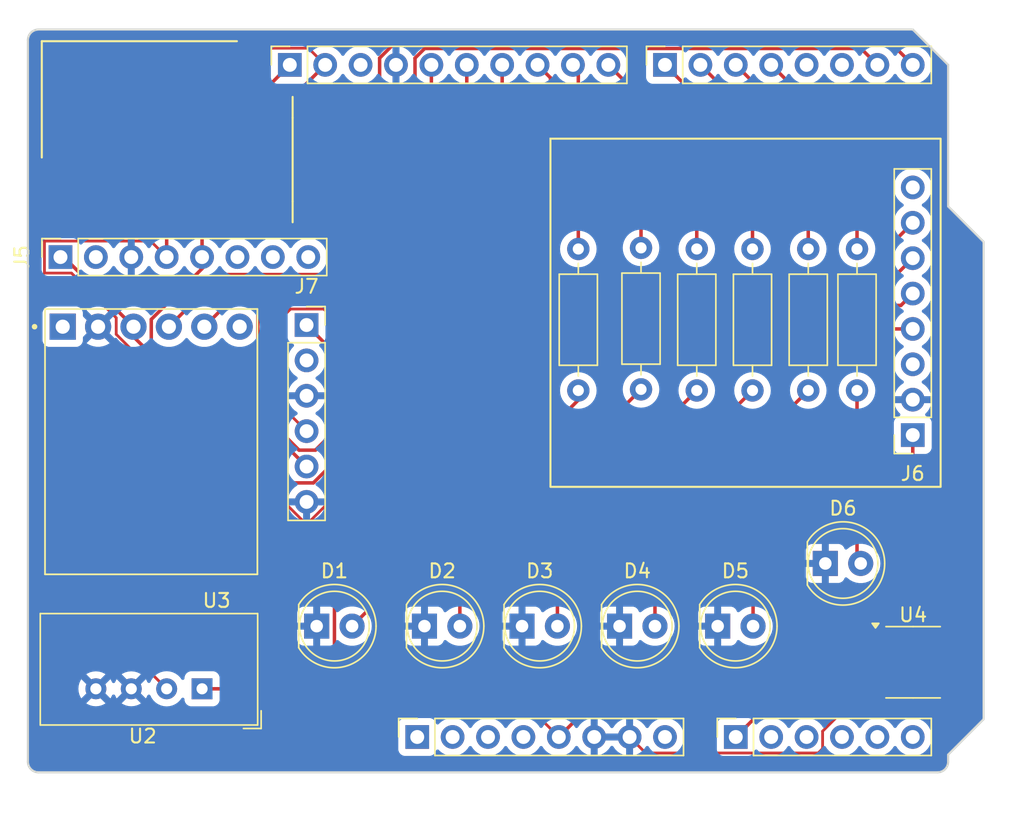
<source format=kicad_pcb>
(kicad_pcb (version 20240108) (generator "pcbnew") (generator_version "8.0")
  (title_block (date "mar. 31 mars 2015"))
  (layers (0 "F.Cu" signal) (31 "B.Cu" signal) (34 "B.Paste" user) (35 "F.Paste" user) (36 "B.SilkS" user "B.Silkscreen") (37 "F.SilkS" user "F.Silkscreen") (38 "B.Mask" user) (39 "F.Mask" user) (44 "Edge.Cuts" user))
  (net 0 "")
  (net 1 "GND")
  (net 3 "+5V")
  (net 4 "/IOREF")
  (net 5 "/A1")
  (net 6 "/A2")
  (net 7 "/A3")
  (net 8 "/SDA{slash}A4")
  (net 9 "/SCL{slash}A5")
  (net 10 "/AREF")
  (net 11 "+3V3")
  (net 12 "VCC")
  (net 13 "/~{RESET}")
  (net 16 "/I2C_SCL")
  (net 18 "/I2C_SDA")
  (net 21 "Net-(D1-A)")
  (net 22 "Net-(D2-A)")
  (net 23 "Net-(D3-A)")
  (net 24 "Net-(D4-A)")
  (net 25 "Net-(D5-A)")
  (net 26 "Net-(D6-A)")
  (net 27 "/RTD_SDI")
  (net 28 "/RTD_SDO")
  (net 29 "/RTD_CLK")
  (net 30 "/RTD_CS")
  (net 31 "/led_blue_1")
  (net 32 "/led_red")
  (net 33 "/INTERNAL_TEMP")
  (net 34 "/RX")
  (net 35 "/led_green")
  (net 36 "/TX")
  (net 37 "/led_yellow")
  (net 38 "/led_blue_2")
  (net 39 "/led_orange")
  (net 40 "unconnected-(J6-Pin_3-Pad3)")
  (net 41 "/INT_PIN_1")
  (net 42 "/INT_PIN_2")
  (footprint "Connector_PinSocket_2.54mm:PinSocket_1x08_P2.54mm_Vertical" (layer "F.Cu") (at 127.94 97.46 90)
    (property "Reference" "J1" (hide yes))
    (property "Value" "Power")
    (fp_line (start 1.33 -1.33) (end 1.33 0) (stroke (width 0.12)) (layer "F.SilkS"))
    (fp_line (start 0 -1.33) (end 1.33 -1.33) (stroke (width 0.12)) (layer "F.SilkS"))
    (fp_line (start 1.33 1.27) (end 1.33 19.11) (stroke (width 0.12)) (layer "F.SilkS"))
    (fp_line (start -1.33 1.27) (end 1.33 1.27) (stroke (width 0.12)) (layer "F.SilkS"))
    (fp_line (start -1.33 1.27) (end -1.33 19.11) (stroke (width 0.12)) (layer "F.SilkS"))
    (fp_line (start -1.33 19.11) (end 1.33 19.11) (stroke (width 0.12)) (layer "F.SilkS"))
    (pad "1" thru_hole rect (at 0 0 90) (size 1.7 1.7) (drill 1) (layers "*.Cu" "*.Mask"))
    (pad "2" thru_hole oval (at 0 2.54 90) (size 1.7 1.7) (drill 1) (layers "*.Cu" "*.Mask") (net 4 "/IOREF"))
    (pad "3" thru_hole oval (at 0 5.08 90) (size 1.7 1.7) (drill 1) (layers "*.Cu" "*.Mask") (net 13 "/~{RESET}"))
    (pad "4" thru_hole oval (at 0 7.62 90) (size 1.7 1.7) (drill 1) (layers "*.Cu" "*.Mask") (net 11 "+3V3"))
    (pad "5" thru_hole oval (at 0 10.16 90) (size 1.7 1.7) (drill 1) (layers "*.Cu" "*.Mask") (net 3 "+5V"))
    (pad "6" thru_hole oval (at 0 12.7 90) (size 1.7 1.7) (drill 1) (layers "*.Cu" "*.Mask") (net 1 "GND"))
    (pad "7" thru_hole oval (at 0 15.24 90) (size 1.7 1.7) (drill 1) (layers "*.Cu" "*.Mask") (net 1 "GND"))
    (pad "8" thru_hole oval (at 0 17.78 90) (size 1.7 1.7) (drill 1) (layers "*.Cu" "*.Mask") (net 12 "VCC"))
  )
  (footprint "Connector_PinSocket_2.54mm:PinSocket_1x06_P2.54mm_Vertical" (layer "F.Cu") (at 150.8 97.46 90)
    (property "Reference" "J3" (hide yes))
    (property "Value" "Analog")
    (fp_line (start 1.33 -1.33) (end 1.33 0) (stroke (width 0.12)) (layer "F.SilkS"))
    (fp_line (start 0 -1.33) (end 1.33 -1.33) (stroke (width 0.12)) (layer "F.SilkS"))
    (fp_line (start 1.33 1.27) (end 1.33 14.03) (stroke (width 0.12)) (layer "F.SilkS"))
    (fp_line (start -1.33 1.27) (end 1.33 1.27) (stroke (width 0.12)) (layer "F.SilkS"))
    (fp_line (start -1.33 1.27) (end -1.33 14.03) (stroke (width 0.12)) (layer "F.SilkS"))
    (fp_line (start -1.33 14.03) (end 1.33 14.03) (stroke (width 0.12)) (layer "F.SilkS"))
    (pad "1" thru_hole rect (at 0 0 90) (size 1.7 1.7) (drill 1) (layers "*.Cu" "*.Mask") (net 33 "/INTERNAL_TEMP"))
    (pad "2" thru_hole oval (at 0 2.54 90) (size 1.7 1.7) (drill 1) (layers "*.Cu" "*.Mask") (net 5 "/A1"))
    (pad "3" thru_hole oval (at 0 5.08 90) (size 1.7 1.7) (drill 1) (layers "*.Cu" "*.Mask") (net 6 "/A2"))
    (pad "4" thru_hole oval (at 0 7.62 90) (size 1.7 1.7) (drill 1) (layers "*.Cu" "*.Mask") (net 7 "/A3"))
    (pad "5" thru_hole oval (at 0 10.16 90) (size 1.7 1.7) (drill 1) (layers "*.Cu" "*.Mask") (net 8 "/SDA{slash}A4"))
    (pad "6" thru_hole oval (at 0 12.7 90) (size 1.7 1.7) (drill 1) (layers "*.Cu" "*.Mask") (net 9 "/SCL{slash}A5"))
  )
  (footprint "Connector_PinSocket_2.54mm:PinSocket_1x10_P2.54mm_Vertical" (layer "F.Cu") (at 118.796 49.2 90)
    (property "Reference" "J2" (hide yes))
    (property "Value" "Digital/PWM")
    (fp_line (start 1.33 -1.33) (end 1.33 0) (stroke (width 0.12)) (layer "F.SilkS"))
    (fp_line (start 0 -1.33) (end 1.33 -1.33) (stroke (width 0.12)) (layer "F.SilkS"))
    (fp_line (start 1.33 1.27) (end 1.33 24.19) (stroke (width 0.12)) (layer "F.SilkS"))
    (fp_line (start -1.33 1.27) (end 1.33 1.27) (stroke (width 0.12)) (layer "F.SilkS"))
    (fp_line (start -1.33 1.27) (end -1.33 24.19) (stroke (width 0.12)) (layer "F.SilkS"))
    (fp_line (start -1.33 24.19) (end 1.33 24.19) (stroke (width 0.12)) (layer "F.SilkS"))
    (pad "1" thru_hole rect (at 0 0 90) (size 1.7 1.7) (drill 1) (layers "*.Cu" "*.Mask") (net 16 "/I2C_SCL"))
    (pad "2" thru_hole oval (at 0 2.54 90) (size 1.7 1.7) (drill 1) (layers "*.Cu" "*.Mask") (net 18 "/I2C_SDA"))
    (pad "3" thru_hole oval (at 0 5.08 90) (size 1.7 1.7) (drill 1) (layers "*.Cu" "*.Mask") (net 10 "/AREF"))
    (pad "4" thru_hole oval (at 0 7.62 90) (size 1.7 1.7) (drill 1) (layers "*.Cu" "*.Mask") (net 1 "GND"))
    (pad "5" thru_hole oval (at 0 10.16 90) (size 1.7 1.7) (drill 1) (layers "*.Cu" "*.Mask") (net 29 "/RTD_CLK"))
    (pad "6" thru_hole oval (at 0 12.7 90) (size 1.7 1.7) (drill 1) (layers "*.Cu" "*.Mask") (net 28 "/RTD_SDO"))
    (pad "7" thru_hole oval (at 0 15.24 90) (size 1.7 1.7) (drill 1) (layers "*.Cu" "*.Mask") (net 27 "/RTD_SDI"))
    (pad "8" thru_hole oval (at 0 17.78 90) (size 1.7 1.7) (drill 1) (layers "*.Cu" "*.Mask") (net 30 "/RTD_CS"))
    (pad "9" thru_hole oval (at 0 20.32 90) (size 1.7 1.7) (drill 1) (layers "*.Cu" "*.Mask") (net 32 "/led_red"))
    (pad "10" thru_hole oval (at 0 22.86 90) (size 1.7 1.7) (drill 1) (layers "*.Cu" "*.Mask") (net 31 "/led_blue_1"))
  )
  (footprint "Connector_PinSocket_2.54mm:PinSocket_1x08_P2.54mm_Vertical" (layer "F.Cu") (at 145.72 49.2 90)
    (property "Reference" "J4" (hide yes))
    (property "Value" "Digital/PWM")
    (fp_line (start 1.33 -1.33) (end 1.33 0) (stroke (width 0.12)) (layer "F.SilkS"))
    (fp_line (start 0 -1.33) (end 1.33 -1.33) (stroke (width 0.12)) (layer "F.SilkS"))
    (fp_line (start 1.33 1.27) (end 1.33 19.11) (stroke (width 0.12)) (layer "F.SilkS"))
    (fp_line (start -1.33 1.27) (end 1.33 1.27) (stroke (width 0.12)) (layer "F.SilkS"))
    (fp_line (start -1.33 1.27) (end -1.33 19.11) (stroke (width 0.12)) (layer "F.SilkS"))
    (fp_line (start -1.33 19.11) (end 1.33 19.11) (stroke (width 0.12)) (layer "F.SilkS"))
    (pad "1" thru_hole rect (at 0 0 90) (size 1.7 1.7) (drill 1) (layers "*.Cu" "*.Mask") (net 35 "/led_green"))
    (pad "2" thru_hole oval (at 0 2.54 90) (size 1.7 1.7) (drill 1) (layers "*.Cu" "*.Mask") (net 37 "/led_yellow"))
    (pad "3" thru_hole oval (at 0 5.08 90) (size 1.7 1.7) (drill 1) (layers "*.Cu" "*.Mask") (net 39 "/led_orange"))
    (pad "4" thru_hole oval (at 0 7.62 90) (size 1.7 1.7) (drill 1) (layers "*.Cu" "*.Mask") (net 38 "/led_blue_2"))
    (pad "5" thru_hole oval (at 0 10.16 90) (size 1.7 1.7) (drill 1) (layers "*.Cu" "*.Mask") (net 42 "/INT_PIN_2"))
    (pad "6" thru_hole oval (at 0 12.7 90) (size 1.7 1.7) (drill 1) (layers "*.Cu" "*.Mask") (net 41 "/INT_PIN_1"))
    (pad "7" thru_hole oval (at 0 15.24 90) (size 1.7 1.7) (drill 1) (layers "*.Cu" "*.Mask") (net 34 "/RX"))
    (pad "8" thru_hole oval (at 0 17.78 90) (size 1.7 1.7) (drill 1) (layers "*.Cu" "*.Mask") (net 36 "/TX"))
  )
  (footprint "Sensor:ASAIR_AM2302_P2.54mm_Vertical" (layer "F.Cu") (at 112.5 94 180)
    (property "Reference" "U2" (at 4.26 -3.4 0) (layer "F.SilkS"))
    (property "Value" "AM2302")
    (fp_line (start 11.61 5.4) (end -3.99 5.4) (stroke (width 0.12)) (layer "F.SilkS"))
    (fp_line (start 11.61 -2.6) (end 11.61 5.4) (stroke (width 0.12)) (layer "F.SilkS"))
    (fp_line (start -3.99 5.4) (end -3.99 -2.6) (stroke (width 0.12)) (layer "F.SilkS"))
    (fp_line (start -3.99 -2.6) (end 11.61 -2.6) (stroke (width 0.12)) (layer "F.SilkS"))
    (fp_line (start -4.24 -1.58) (end -4.24 -2.85) (stroke (width 0.12)) (layer "F.SilkS"))
    (fp_line (start -4.24 -2.85) (end -2.97 -2.85) (stroke (width 0.12)) (layer "F.SilkS"))
    (pad "1" thru_hole rect (at 0 0 270) (size 1.5 1.5) (drill 0.8) (layers "*.Cu" "*.Mask") (net 3 "+5V"))
    (pad "2" thru_hole circle (at 2.54 0 270) (size 1.5 1.5) (drill 0.8) (layers "*.Cu" "*.Mask") (net 18 "/I2C_SDA"))
    (pad "3" thru_hole circle (at 5.08 0 270) (size 1.5 1.5) (drill 0.8) (layers "*.Cu" "*.Mask") (net 1 "GND"))
    (pad "4" thru_hole circle (at 7.62 0 270) (size 1.5 1.5) (drill 0.8) (layers "*.Cu" "*.Mask") (net 1 "GND"))
  )
  (footprint "LED_THT:LED_D5.0mm" (layer "F.Cu") (at 157.225 85)
    (property "Reference" "D6" (at 1.27 -3.96 0) (layer "F.SilkS"))
    (property "Value" "LED")
    (fp_line (start -1.29 -1.545) (end -1.29 1.545) (stroke (width 0.12)) (layer "F.SilkS"))
    (fp_arc (start -1.29 -1.54483) (mid 2.071756 -2.880501) (end 4.26 -0.000048) (stroke (width 0.12)) (layer "F.SilkS"))
    (fp_arc (start 4.26 0.000048) (mid 2.071756 2.880501) (end -1.29 1.54483) (stroke (width 0.12)) (layer "F.SilkS"))
    (fp_circle (center 1.27 0) (end 3.77 0) (stroke (width 0.12)) (fill none) (layer "F.SilkS"))
    (pad "1" thru_hole rect (at 0 0) (size 1.8 1.8) (drill 0.9) (layers "*.Cu" "*.Mask") (net 1 "GND"))
    (pad "2" thru_hole circle (at 2.54 0) (size 1.8 1.8) (drill 0.9) (layers "*.Cu" "*.Mask") (net 26 "Net-(D6-A)"))
  )
  (footprint "Package_SO:SOIC-8_3.9x4.9mm_P1.27mm" (layer "F.Cu") (at 163.525 92.095)
    (property "Reference" "U4" (at 0 -3.4 0) (layer "F.SilkS"))
    (property "Value" "TMP36xS")
    (fp_line (start 0 -2.56) (end -1.95 -2.56) (stroke (width 0.12)) (layer "F.SilkS"))
    (fp_line (start 0 -2.56) (end 1.95 -2.56) (stroke (width 0.12)) (layer "F.SilkS"))
    (fp_line (start 0 2.56) (end -1.95 2.56) (stroke (width 0.12)) (layer "F.SilkS"))
    (fp_line (start 0 2.56) (end 1.95 2.56) (stroke (width 0.12)) (layer "F.SilkS"))
    (fp_poly (pts (xy -2.7 -2.465) (xy -2.94 -2.795) (xy -2.46 -2.795) (xy -2.7 -2.465)) (stroke (width 0.12)) (fill solid) (layer "F.SilkS"))
    (pad "1" smd roundrect (at -2.475 -1.905) (size 1.95 0.6) (layers "F.Cu" "F.Paste" "F.Mask") (net 33 "/INTERNAL_TEMP"))
    (pad "4" smd roundrect (at -2.475 1.905) (size 1.95 0.6) (layers "F.Cu" "F.Paste" "F.Mask") (net 1 "GND"))
    (pad "5" smd roundrect (at 2.475 1.905) (size 1.95 0.6) (layers "F.Cu" "F.Paste" "F.Mask") (net 1 "GND"))
    (pad "8" smd roundrect (at 2.475 -1.905) (size 1.95 0.6) (layers "F.Cu" "F.Paste" "F.Mask") (net 3 "+5V"))
  )
  (footprint "LED_THT:LED_D5.0mm" (layer "F.Cu") (at 149.5 89.5)
    (property "Reference" "D5" (at 1.27 -3.96 0) (layer "F.SilkS"))
    (property "Value" "LED")
    (fp_line (start -1.29 -1.545) (end -1.29 1.545) (stroke (width 0.12)) (layer "F.SilkS"))
    (fp_arc (start -1.29 -1.54483) (mid 2.071756 -2.880501) (end 4.26 -0.000048) (stroke (width 0.12)) (layer "F.SilkS"))
    (fp_arc (start 4.26 0.000048) (mid 2.071756 2.880501) (end -1.29 1.54483) (stroke (width 0.12)) (layer "F.SilkS"))
    (fp_circle (center 1.27 0) (end 3.77 0) (stroke (width 0.12)) (fill none) (layer "F.SilkS"))
    (pad "1" thru_hole rect (at 0 0) (size 1.8 1.8) (drill 0.9) (layers "*.Cu" "*.Mask") (net 1 "GND"))
    (pad "2" thru_hole circle (at 2.54 0) (size 1.8 1.8) (drill 0.9) (layers "*.Cu" "*.Mask") (net 25 "Net-(D5-A)"))
  )
  (footprint "LED_THT:LED_D5.0mm" (layer "F.Cu") (at 135.46 89.5)
    (property "Reference" "D3" (at 1.27 -3.96 0) (layer "F.SilkS"))
    (property "Value" "LED")
    (fp_line (start -1.29 -1.545) (end -1.29 1.545) (stroke (width 0.12)) (layer "F.SilkS"))
    (fp_arc (start -1.29 -1.54483) (mid 2.071756 -2.880501) (end 4.26 -0.000048) (stroke (width 0.12)) (layer "F.SilkS"))
    (fp_arc (start 4.26 0.000048) (mid 2.071756 2.880501) (end -1.29 1.54483) (stroke (width 0.12)) (layer "F.SilkS"))
    (fp_circle (center 1.27 0) (end 3.77 0) (stroke (width 0.12)) (fill none) (layer "F.SilkS"))
    (pad "1" thru_hole rect (at 0 0) (size 1.8 1.8) (drill 0.9) (layers "*.Cu" "*.Mask") (net 1 "GND"))
    (pad "2" thru_hole circle (at 2.54 0) (size 1.8 1.8) (drill 0.9) (layers "*.Cu" "*.Mask") (net 23 "Net-(D3-A)"))
  )
  (footprint "Connector_PinSocket_2.54mm:PinSocket_1x08_P2.54mm_Vertical" (layer "F.Cu") (at 163.5 75.78 180)
    (property "Reference" "J6" (at 0 -2.77 0) (layer "F.SilkS"))
    (property "Value" "CONN_RTD")
    (fp_line (start 1.33 1.27) (end 1.33 19.11) (stroke (width 0.12)) (layer "F.SilkS"))
    (fp_line (start 1.33 -1.33) (end 1.33 0) (stroke (width 0.12)) (layer "F.SilkS"))
    (fp_line (start 0 -1.33) (end 1.33 -1.33) (stroke (width 0.12)) (layer "F.SilkS"))
    (fp_line (start -1.33 19.11) (end 1.33 19.11) (stroke (width 0.12)) (layer "F.SilkS"))
    (fp_line (start -1.33 1.27) (end 1.33 1.27) (stroke (width 0.12)) (layer "F.SilkS"))
    (fp_line (start -1.33 1.27) (end -1.33 19.11) (stroke (width 0.12)) (layer "F.SilkS"))
    (pad "1" thru_hole rect (at 0 0 180) (size 1.7 1.7) (drill 1) (layers "*.Cu" "*.Mask") (net 3 "+5V"))
    (pad "2" thru_hole oval (at 0 2.54 180) (size 1.7 1.7) (drill 1) (layers "*.Cu" "*.Mask") (net 1 "GND"))
    (pad "3" thru_hole oval (at 0 5.08 180) (size 1.7 1.7) (drill 1) (layers "*.Cu" "*.Mask") (net 40 "unconnected-(J6-Pin_3-Pad3)"))
    (pad "4" thru_hole oval (at 0 7.62 180) (size 1.7 1.7) (drill 1) (layers "*.Cu" "*.Mask") (net 29 "/RTD_CLK"))
    (pad "5" thru_hole oval (at 0 10.16 180) (size 1.7 1.7) (drill 1) (layers "*.Cu" "*.Mask") (net 28 "/RTD_SDO"))
    (pad "6" thru_hole oval (at 0 12.7 180) (size 1.7 1.7) (drill 1) (layers "*.Cu" "*.Mask") (net 27 "/RTD_SDI"))
    (pad "7" thru_hole oval (at 0 15.24 180) (size 1.7 1.7) (drill 1) (layers "*.Cu" "*.Mask") (net 30 "/RTD_CS"))
    (pad "8" thru_hole oval (at 0 17.78 180) (size 1.7 1.7) (drill 1) (layers "*.Cu" "*.Mask"))
  )
  (footprint "Connector_PinSocket_2.54mm:PinSocket_1x08_P2.54mm_Vertical" (layer "F.Cu") (at 102.34 63 90)
    (property "Reference" "J5" (at 0 -2.77 90) (layer "F.SilkS"))
    (property "Value" "CONN_PRES")
    (fp_line (start 1.33 -1.33) (end 1.33 0) (stroke (width 0.12)) (layer "F.SilkS"))
    (fp_line (start 0 -1.33) (end 1.33 -1.33) (stroke (width 0.12)) (layer "F.SilkS"))
    (fp_line (start 1.33 1.27) (end 1.33 19.11) (stroke (width 0.12)) (layer "F.SilkS"))
    (fp_line (start -1.33 1.27) (end 1.33 1.27) (stroke (width 0.12)) (layer "F.SilkS"))
    (fp_line (start -1.33 1.27) (end -1.33 19.11) (stroke (width 0.12)) (layer "F.SilkS"))
    (fp_line (start -1.33 19.11) (end 1.33 19.11) (stroke (width 0.12)) (layer "F.SilkS"))
    (pad "1" thru_hole rect (at 0 0 90) (size 1.7 1.7) (drill 1) (layers "*.Cu" "*.Mask") (net 3 "+5V"))
    (pad "2" thru_hole oval (at 0 2.54 90) (size 1.7 1.7) (drill 1) (layers "*.Cu" "*.Mask"))
    (pad "3" thru_hole oval (at 0 5.08 90) (size 1.7 1.7) (drill 1) (layers "*.Cu" "*.Mask") (net 1 "GND"))
    (pad "4" thru_hole oval (at 0 7.62 90) (size 1.7 1.7) (drill 1) (layers "*.Cu" "*.Mask") (net 16 "/I2C_SCL"))
    (pad "5" thru_hole oval (at 0 10.16 90) (size 1.7 1.7) (drill 1) (layers "*.Cu" "*.Mask") (net 18 "/I2C_SDA"))
    (pad "6" thru_hole oval (at 0 12.7 90) (size 1.7 1.7) (drill 1) (layers "*.Cu" "*.Mask"))
    (pad "7" thru_hole oval (at 0 15.24 90) (size 1.7 1.7) (drill 1) (layers "*.Cu" "*.Mask"))
    (pad "8" thru_hole oval (at 0 17.78 90) (size 1.7 1.7) (drill 1) (layers "*.Cu" "*.Mask"))
  )
  (footprint "Resistor_THT:R_Axial_DIN0207_L6.3mm_D2.5mm_P10.16mm_Horizontal" (layer "F.Cu") (at 148 62.42 -90)
    (property "Reference" "R3" (hide yes))
    (property "Value" "1k")
    (fp_line (start 1.81 1.37) (end 8.35 1.37) (stroke (width 0.12)) (layer "F.SilkS"))
    (fp_line (start 8.35 1.37) (end 8.35 -1.37) (stroke (width 0.12)) (layer "F.SilkS"))
    (fp_line (start 1.04 0) (end 1.81 0) (stroke (width 0.12)) (layer "F.SilkS"))
    (fp_line (start 9.12 0) (end 8.35 0) (stroke (width 0.12)) (layer "F.SilkS"))
    (fp_line (start 1.81 -1.37) (end 1.81 1.37) (stroke (width 0.12)) (layer "F.SilkS"))
    (fp_line (start 8.35 -1.37) (end 1.81 -1.37) (stroke (width 0.12)) (layer "F.SilkS"))
    (pad "1" thru_hole circle (at 0 0 270) (size 1.6 1.6) (drill 0.8) (layers "*.Cu" "*.Mask") (net 35 "/led_green"))
    (pad "2" thru_hole oval (at 10.16 0 270) (size 1.6 1.6) (drill 0.8) (layers "*.Cu" "*.Mask") (net 23 "Net-(D3-A)"))
  )
  (footprint "LED_THT:LED_D5.0mm" (layer "F.Cu") (at 142.46 89.5)
    (property "Reference" "D4" (at 1.27 -3.96 0) (layer "F.SilkS"))
    (property "Value" "LED")
    (fp_line (start -1.29 -1.545) (end -1.29 1.545) (stroke (width 0.12)) (layer "F.SilkS"))
    (fp_arc (start -1.29 -1.54483) (mid 2.071756 -2.880501) (end 4.26 -0.000048) (stroke (width 0.12)) (layer "F.SilkS"))
    (fp_arc (start 4.26 0.000048) (mid 2.071756 2.880501) (end -1.29 1.54483) (stroke (width 0.12)) (layer "F.SilkS"))
    (fp_circle (center 1.27 0) (end 3.77 0) (stroke (width 0.12)) (fill none) (layer "F.SilkS"))
    (pad "1" thru_hole rect (at 0 0) (size 1.8 1.8) (drill 0.9) (layers "*.Cu" "*.Mask") (net 1 "GND"))
    (pad "2" thru_hole circle (at 2.54 0) (size 1.8 1.8) (drill 0.9) (layers "*.Cu" "*.Mask") (net 24 "Net-(D4-A)"))
  )
  (footprint "Connector_PinSocket_2.54mm:PinSocket_1x06_P2.54mm_Vertical" (layer "F.Cu") (at 120 67.88)
    (property "Reference" "J7" (at 0 -2.77 0) (layer "F.SilkS"))
    (property "Value" "CONN_ LIS3DH")
    (fp_line (start -1.33 1.27) (end -1.33 14.03) (stroke (width 0.12)) (layer "F.SilkS"))
    (fp_line (start -1.33 1.27) (end 1.33 1.27) (stroke (width 0.12)) (layer "F.SilkS"))
    (fp_line (start -1.33 14.03) (end 1.33 14.03) (stroke (width 0.12)) (layer "F.SilkS"))
    (fp_line (start 0 -1.33) (end 1.33 -1.33) (stroke (width 0.12)) (layer "F.SilkS"))
    (fp_line (start 1.33 -1.33) (end 1.33 0) (stroke (width 0.12)) (layer "F.SilkS"))
    (fp_line (start 1.33 1.27) (end 1.33 14.03) (stroke (width 0.12)) (layer "F.SilkS"))
    (pad "1" thru_hole rect (at 0 0) (size 1.7 1.7) (drill 1) (layers "*.Cu" "*.Mask") (net 3 "+5V"))
    (pad "2" thru_hole oval (at 0 2.54) (size 1.7 1.7) (drill 1) (layers "*.Cu" "*.Mask"))
    (pad "3" thru_hole oval (at 0 5.08) (size 1.7 1.7) (drill 1) (layers "*.Cu" "*.Mask") (net 1 "GND"))
    (pad "4" thru_hole oval (at 0 7.62) (size 1.7 1.7) (drill 1) (layers "*.Cu" "*.Mask") (net 16 "/I2C_SCL"))
    (pad "5" thru_hole oval (at 0 10.16) (size 1.7 1.7) (drill 1) (layers "*.Cu" "*.Mask") (net 18 "/I2C_SDA"))
    (pad "6" thru_hole oval (at 0 12.7) (size 1.7 1.7) (drill 1) (layers "*.Cu" "*.Mask") (net 1 "GND"))
  )
  (footprint "OPENLOG:MODULE_DEV-13712" (layer "F.Cu") (at 108.85 76.255 180)
    (property "Reference" "U3" (at -4.695 -11.41 0) (layer "F.SilkS"))
    (property "Value" "DEV-13712")
    (fp_line (start 7.62 9.525) (end -7.62 9.525) (stroke (width 0.127)) (layer "F.SilkS"))
    (fp_line (start 7.62 -9.525) (end 7.62 9.525) (stroke (width 0.127)) (layer "F.SilkS"))
    (fp_line (start -7.62 9.525) (end -7.62 -9.525) (stroke (width 0.127)) (layer "F.SilkS"))
    (fp_line (start -7.62 -9.525) (end 7.62 -9.525) (stroke (width 0.127)) (layer "F.SilkS"))
    (fp_circle (center 8.37 8.255) (end 8.47 8.255) (stroke (width 0.2)) (fill none) (layer "F.SilkS"))
    (pad "1" thru_hole rect (at 6.35 8.255 180) (size 1.8796 1.8796) (drill 1.016) (layers "*.Cu" "*.Mask"))
    (pad "2" thru_hole circle (at 3.81 8.255 180) (size 1.8796 1.8796) (drill 1.016) (layers "*.Cu" "*.Mask") (net 1 "GND"))
    (pad "3" thru_hole circle (at 1.27 8.255 180) (size 1.8796 1.8796) (drill 1.016) (layers "*.Cu" "*.Mask") (net 3 "+5V"))
    (pad "4" thru_hole circle (at -1.27 8.255 180) (size 1.8796 1.8796) (drill 1.016) (layers "*.Cu" "*.Mask") (net 36 "/TX"))
    (pad "5" thru_hole circle (at -3.81 8.255 180) (size 1.8796 1.8796) (drill 1.016) (layers "*.Cu" "*.Mask") (net 34 "/RX"))
    (pad "6" thru_hole circle (at -6.35 8.255 180) (size 1.8796 1.8796) (drill 1.016) (layers "*.Cu" "*.Mask"))
  )
  (footprint "LED_THT:LED_D5.0mm" (layer "F.Cu") (at 120.725 89.5)
    (property "Reference" "D1" (at 1.27 -3.96 0) (layer "F.SilkS"))
    (property "Value" "LED")
    (fp_line (start -1.29 -1.545) (end -1.29 1.545) (stroke (width 0.12)) (layer "F.SilkS"))
    (fp_arc (start -1.29 -1.54483) (mid 2.071756 -2.880501) (end 4.26 -0.000048) (stroke (width 0.12)) (layer "F.SilkS"))
    (fp_arc (start 4.26 0.000048) (mid 2.071756 2.880501) (end -1.29 1.54483) (stroke (width 0.12)) (layer "F.SilkS"))
    (fp_circle (center 1.27 0) (end 3.77 0) (stroke (width 0.12)) (fill none) (layer "F.SilkS"))
    (pad "1" thru_hole rect (at 0 0) (size 1.8 1.8) (drill 0.9) (layers "*.Cu" "*.Mask") (net 1 "GND"))
    (pad "2" thru_hole circle (at 2.54 0) (size 1.8 1.8) (drill 0.9) (layers "*.Cu" "*.Mask") (net 21 "Net-(D1-A)"))
  )
  (footprint "Resistor_THT:R_Axial_DIN0207_L6.3mm_D2.5mm_P10.16mm_Horizontal" (layer "F.Cu") (at 159.5 62.42 -90)
    (property "Reference" "R6" (hide yes))
    (property "Value" "1k")
    (fp_line (start 1.81 1.37) (end 8.35 1.37) (stroke (width 0.12)) (layer "F.SilkS"))
    (fp_line (start 8.35 1.37) (end 8.35 -1.37) (stroke (width 0.12)) (layer "F.SilkS"))
    (fp_line (start 1.04 0) (end 1.81 0) (stroke (width 0.12)) (layer "F.SilkS"))
    (fp_line (start 9.12 0) (end 8.35 0) (stroke (width 0.12)) (layer "F.SilkS"))
    (fp_line (start 1.81 -1.37) (end 1.81 1.37) (stroke (width 0.12)) (layer "F.SilkS"))
    (fp_line (start 8.35 -1.37) (end 1.81 -1.37) (stroke (width 0.12)) (layer "F.SilkS"))
    (pad "1" thru_hole circle (at 0 0 270) (size 1.6 1.6) (drill 0.8) (layers "*.Cu" "*.Mask") (net 38 "/led_blue_2"))
    (pad "2" thru_hole oval (at 10.16 0 270) (size 1.6 1.6) (drill 0.8) (layers "*.Cu" "*.Mask") (net 26 "Net-(D6-A)"))
  )
  (footprint "Resistor_THT:R_Axial_DIN0207_L6.3mm_D2.5mm_P10.16mm_Horizontal" (layer "F.Cu") (at 144 62.34 -90)
    (property "Reference" "R2" (hide yes))
    (property "Value" "1k")
    (fp_line (start 1.81 1.37) (end 8.35 1.37) (stroke (width 0.12)) (layer "F.SilkS"))
    (fp_line (start 8.35 1.37) (end 8.35 -1.37) (stroke (width 0.12)) (layer "F.SilkS"))
    (fp_line (start 1.04 0) (end 1.81 0) (stroke (width 0.12)) (layer "F.SilkS"))
    (fp_line (start 9.12 0) (end 8.35 0) (stroke (width 0.12)) (layer "F.SilkS"))
    (fp_line (start 1.81 -1.37) (end 1.81 1.37) (stroke (width 0.12)) (layer "F.SilkS"))
    (fp_line (start 8.35 -1.37) (end 1.81 -1.37) (stroke (width 0.12)) (layer "F.SilkS"))
    (pad "1" thru_hole circle (at 0 0 270) (size 1.6 1.6) (drill 0.8) (layers "*.Cu" "*.Mask") (net 31 "/led_blue_1"))
    (pad "2" thru_hole oval (at 10.16 0 270) (size 1.6 1.6) (drill 0.8) (layers "*.Cu" "*.Mask") (net 22 "Net-(D2-A)"))
  )
  (footprint "LED_THT:LED_D5.0mm" (layer "F.Cu") (at 128.46 89.5)
    (property "Reference" "D2" (at 1.27 -3.96 0) (layer "F.SilkS"))
    (property "Value" "LED")
    (fp_line (start -1.29 -1.545) (end -1.29 1.545) (stroke (width 0.12)) (layer "F.SilkS"))
    (fp_arc (start -1.29 -1.54483) (mid 2.071756 -2.880501) (end 4.26 -0.000048) (stroke (width 0.12)) (layer "F.SilkS"))
    (fp_arc (start 4.26 0.000048) (mid 2.071756 2.880501) (end -1.29 1.54483) (stroke (width 0.12)) (layer "F.SilkS"))
    (fp_circle (center 1.27 0) (end 3.77 0) (stroke (width 0.12)) (fill none) (layer "F.SilkS"))
    (pad "1" thru_hole rect (at 0 0) (size 1.8 1.8) (drill 0.9) (layers "*.Cu" "*.Mask") (net 1 "GND"))
    (pad "2" thru_hole circle (at 2.54 0) (size 1.8 1.8) (drill 0.9) (layers "*.Cu" "*.Mask") (net 22 "Net-(D2-A)"))
  )
  (footprint "Resistor_THT:R_Axial_DIN0207_L6.3mm_D2.5mm_P10.16mm_Horizontal" (layer "F.Cu") (at 152 62.42 -90)
    (property "Reference" "R4" (hide yes))
    (property "Value" "1k")
    (fp_line (start 1.81 1.37) (end 8.35 1.37) (stroke (width 0.12)) (layer "F.SilkS"))
    (fp_line (start 8.35 1.37) (end 8.35 -1.37) (stroke (width 0.12)) (layer "F.SilkS"))
    (fp_line (start 1.04 0) (end 1.81 0) (stroke (width 0.12)) (layer "F.SilkS"))
    (fp_line (start 9.12 0) (end 8.35 0) (stroke (width 0.12)) (layer "F.SilkS"))
    (fp_line (start 1.81 -1.37) (end 1.81 1.37) (stroke (width 0.12)) (layer "F.SilkS"))
    (fp_line (start 8.35 -1.37) (end 1.81 -1.37) (stroke (width 0.12)) (layer "F.SilkS"))
    (pad "1" thru_hole circle (at 0 0 270) (size 1.6 1.6) (drill 0.8) (layers "*.Cu" "*.Mask") (net 37 "/led_yellow"))
    (pad "2" thru_hole oval (at 10.16 0 270) (size 1.6 1.6) (drill 0.8) (layers "*.Cu" "*.Mask") (net 24 "Net-(D4-A)"))
  )
  (footprint "Resistor_THT:R_Axial_DIN0207_L6.3mm_D2.5mm_P10.16mm_Horizontal" (layer "F.Cu") (at 139.5 62.42 -90)
    (property "Reference" "R1" (hide yes))
    (property "Value" "1k")
    (fp_line (start 1.81 1.37) (end 8.35 1.37) (stroke (width 0.12)) (layer "F.SilkS"))
    (fp_line (start 8.35 1.37) (end 8.35 -1.37) (stroke (width 0.12)) (layer "F.SilkS"))
    (fp_line (start 1.04 0) (end 1.81 0) (stroke (width 0.12)) (layer "F.SilkS"))
    (fp_line (start 9.12 0) (end 8.35 0) (stroke (width 0.12)) (layer "F.SilkS"))
    (fp_line (start 1.81 -1.37) (end 1.81 1.37) (stroke (width 0.12)) (layer "F.SilkS"))
    (fp_line (start 8.35 -1.37) (end 1.81 -1.37) (stroke (width 0.12)) (layer "F.SilkS"))
    (pad "1" thru_hole circle (at 0 0 270) (size 1.6 1.6) (drill 0.8) (layers "*.Cu" "*.Mask") (net 32 "/led_red"))
    (pad "2" thru_hole oval (at 10.16 0 270) (size 1.6 1.6) (drill 0.8) (layers "*.Cu" "*.Mask") (net 21 "Net-(D1-A)"))
  )
  (footprint "Resistor_THT:R_Axial_DIN0207_L6.3mm_D2.5mm_P10.16mm_Horizontal" (layer "F.Cu") (at 156 62.42 -90)
    (property "Reference" "R5" (hide yes))
    (property "Value" "1k")
    (fp_line (start 1.81 1.37) (end 8.35 1.37) (stroke (width 0.12)) (layer "F.SilkS"))
    (fp_line (start 8.35 1.37) (end 8.35 -1.37) (stroke (width 0.12)) (layer "F.SilkS"))
    (fp_line (start 1.04 0) (end 1.81 0) (stroke (width 0.12)) (layer "F.SilkS"))
    (fp_line (start 9.12 0) (end 8.35 0) (stroke (width 0.12)) (layer "F.SilkS"))
    (fp_line (start 1.81 -1.37) (end 1.81 1.37) (stroke (width 0.12)) (layer "F.SilkS"))
    (fp_line (start 8.35 -1.37) (end 1.81 -1.37) (stroke (width 0.12)) (layer "F.SilkS"))
    (pad "1" thru_hole circle (at 0 0 270) (size 1.6 1.6) (drill 0.8) (layers "*.Cu" "*.Mask") (net 39 "/led_orange"))
    (pad "2" thru_hole oval (at 10.16 0 270) (size 1.6 1.6) (drill 0.8) (layers "*.Cu" "*.Mask") (net 25 "Net-(D5-A)"))
  )
  (gr_line (start 119 53) (end 119 51.5) (stroke (width 0.15)) (layer "F.SilkS"))
  (gr_line (start 119 59) (end 119 53) (stroke (width 0.15)) (layer "F.SilkS"))
  (gr_rect (start 137.5 54.5) (end 165.5 79.5) (stroke (width 0.15)) (fill none) (layer "F.SilkS"))
  (gr_line (start 101 47.5) (end 101 55.85) (stroke (width 0.15)) (layer "F.SilkS"))
  (gr_line (start 101 47.5) (end 115 47.5) (stroke (width 0.15)) (layer "F.SilkS"))
  (gr_line (start 119 59) (end 119 60.5) (stroke (width 0.15)) (layer "F.SilkS"))
  (gr_line (start 166.04 59.36) (end 168.58 61.9) (stroke (width 0.15)) (layer "Edge.Cuts"))
  (gr_line (start 100 99.238) (end 100 47.422) (stroke (width 0.15)) (layer "Edge.Cuts"))
  (gr_line (start 168.58 61.9) (end 168.58 96.19) (stroke (width 0.15)) (layer "Edge.Cuts"))
  (gr_line (start 165.278 100) (end 100.762 100) (stroke (width 0.15)) (layer "Edge.Cuts"))
  (gr_line (start 100.762 46.66) (end 163.5 46.66) (stroke (width 0.15)) (layer "Edge.Cuts"))
  (gr_arc (start 100.762 100) (mid 100.223185 99.776815) (end 100 99.238) (stroke (width 0.15)) (layer "Edge.Cuts"))
  (gr_line (start 168.58 96.19) (end 166.04 98.73) (stroke (width 0.15)) (layer "Edge.Cuts"))
  (gr_line (start 163.5 46.66) (end 166.04 49.2) (stroke (width 0.15)) (layer "Edge.Cuts"))
  (gr_arc (start 166.04 99.238) (mid 165.816815 99.776815) (end 165.278 100) (stroke (width 0.15)) (layer "Edge.Cuts"))
  (gr_line (start 166.04 49.2) (end 166.04 59.36) (stroke (width 0.15)) (layer "Edge.Cuts"))
  (gr_line (start 166.04 98.73) (end 166.04 99.238) (stroke (width 0.15)) (layer "Edge.Cuts"))
  (gr_arc (start 100 47.422) (mid 100.223185 46.883185) (end 100.762 46.66) (stroke (width 0.15)) (layer "Edge.Cuts"))
  (segment (start 161.04 91.46) (end 161.05 91.46) (width 0.25) (layer "F.Cu") (net 0))
  (segment (start 161.04 91.46) (end 161 91.5) (width 0.25) (layer "F.Cu") (net 0))
  (segment (start 166 94) (end 161.05 94) (width 0.2) (layer "F.Cu") (net 1))
  (segment (start 161.05 94) (end 160.075001 94) (width 0.2) (layer "F.Cu") (net 1))
  (segment (start 161.05 94) (end 161 94) (width 0.25) (layer "F.Cu") (net 1))
  (segment (start 157.03 97.045001) (end 157.03 98.295) (width 0.2) (layer "F.Cu") (net 1))
  (segment (start 156.715 98.61) (end 144.33 98.61) (width 0.2) (layer "F.Cu") (net 1))
  (segment (start 157.03 98.295) (end 156.715 98.61) (width 0.2) (layer "F.Cu") (net 1))
  (segment (start 160.075001 94) (end 157.03 97.045001) (width 0.2) (layer "F.Cu") (net 1))
  (segment (start 144.33 98.61) (end 143.18 97.46) (width 0.2) (layer "F.Cu") (net 1))
  (segment (start 118.5 65.155) (end 116.5 67.155) (width 0.25) (layer "F.Cu") (net 3))
  (segment (start 122 85.5) (end 122.5 85) (width 0.25) (layer "F.Cu") (net 3))
  (segment (start 122 69.88) (end 120 67.88) (width 0.25) (layer "F.Cu") (net 3))
  (segment (start 133 96) (end 136.64 96) (width 0.2) (layer "F.Cu") (net 3))
  (segment (start 118.078604 79.215) (end 120.486701 79.215) (width 0.25) (layer "F.Cu") (net 3))
  (segment (start 107.58 68) (end 107.58 68.716396) (width 0.25) (layer "F.Cu") (net 3))
  (segment (start 102.58 63) (end 107.58 68) (width 0.25) (layer "F.Cu") (net 3))
  (segment (start 143.06 92.5) (end 154 92.5) (width 0.25) (layer "F.Cu") (net 3))
  (segment (start 132.567943 96) (end 133 96) (width 0.2) (layer "F.Cu") (net 3))
  (segment (start 163.5 87.69) (end 163.5 75.78) (width 0.25) (layer "F.Cu") (net 3))
  (segment (start 121 94) (end 122 93) (width 0.25) (layer "F.Cu") (net 3))
  (segment (start 116.5 73.903604) (end 119.461396 76.865) (width 0.25) (layer "F.Cu") (net 3))
  (segment (start 154 92.5) (end 158.81 87.69) (width 0.25) (layer "F.Cu") (net 3))
  (segment (start 158.81 87.69) (end 163.5 87.69) (width 0.25) (layer "F.Cu") (net 3))
  (segment (start 122 75.5) (end 122 69.88) (width 0.25) (layer "F.Cu") (net 3))
  (segment (start 131 75.5) (end 120.655 65.155) (width 0.25) (layer "F.Cu") (net 3))
  (segment (start 119.461396 76.865) (end 120.635 76.865) (width 0.25) (layer "F.Cu") (net 3))
  (segment (start 107.58 68.716396) (end 118.078604 79.215) (width 0.25) (layer "F.Cu") (net 3))
  (segment (start 131 94) (end 133 96) (width 0.25) (layer "F.Cu") (net 3))
  (segment (start 120.635 76.865) (end 122 75.5) (width 0.25) (layer "F.Cu") (net 3))
  (segment (start 122.5 85) (end 122.5 84) (width 0.25) (layer "F.Cu") (net 3))
  (segment (start 122 93) (end 122 85.5) (width 0.25) (layer "F.Cu") (net 3))
  (segment (start 138.1 97.46) (end 143.06 92.5) (width 0.25) (layer "F.Cu") (net 3))
  (segment (start 112.5 94) (end 121 94) (width 0.25) (layer "F.Cu") (net 3))
  (segment (start 120.655 65.155) (end 118.5 65.155) (width 0.25) (layer "F.Cu") (net 3))
  (segment (start 121 94) (end 131 94) (width 0.25) (layer "F.Cu") (net 3))
  (segment (start 122 77.701701) (end 122 75.5) (width 0.25) (layer "F.Cu") (net 3))
  (segment (start 116.5 67.155) (end 116.5 73.903604) (width 0.25) (layer "F.Cu") (net 3))
  (segment (start 136.64 96) (end 138.1 97.46) (width 0.2) (layer "F.Cu") (net 3))
  (segment (start 166 90.19) (end 163.5 87.69) (width 0.25) (layer "F.Cu") (net 3))
  (segment (start 122.5 84) (end 131 75.5) (width 0.25) (layer "F.Cu") (net 3))
  (segment (start 120.486701 79.215) (end 122 77.701701) (width 0.25) (layer "F.Cu") (net 3))
  (segment (start 102.34 63) (end 102.58 63) (width 0.25) (layer "F.Cu") (net 3))
  (segment (start 109.96 63) (end 108.81 61.85) (width 0.2) (layer "F.Cu") (net 16))
  (segment (start 108.81 61.85) (end 101.19 61.85) (width 0.2) (layer "F.Cu") (net 16))
  (segment (start 121.23 66.73) (end 118.85 66.73) (width 0.2) (layer "F.Cu") (net 16))
  (segment (start 122.425 79.781346) (end 122.425 67.925) (width 0.2) (layer "F.Cu") (net 16))
  (segment (start 122.425 67.925) (end 121.23 66.73) (width 0.2) (layer "F.Cu") (net 16))
  (segment (start 117.5 68.08) (end 117.5 73) (width 0.2) (layer "F.Cu") (net 16))
  (segment (start 101.19 61.85) (end 101.19 64.15) (width 0.2) (layer "F.Cu") (net 16))
  (segment (start 119.793654 82) (end 120.206346 82) (width 0.2) (layer "F.Cu") (net 16))
  (segment (start 106.3402 67.36124) (end 106.3402 68.546546) (width 0.2) (layer "F.Cu") (net 16))
  (segment (start 109.96 63) (end 109.96 58.036) (width 0.25) (layer "F.Cu") (net 16))
  (segment (start 106.3402 68.546546) (end 119.793654 82) (width 0.2) (layer "F.Cu") (net 16))
  (segment (start 120.206346 82) (end 122.425 79.781346) (width 0.2) (layer "F.Cu") (net 16))
  (segment (start 109.96 58.036) (end 118.796 49.2) (width 0.25) (layer "F.Cu") (net 16))
  (segment (start 118.85 66.73) (end 117.5 68.08) (width 0.2) (layer "F.Cu") (net 16))
  (segment (start 103.12896 64.15) (end 106.3402 67.36124) (width 0.2) (layer "F.Cu") (net 16))
  (segment (start 117.5 73) (end 120 75.5) (width 0.2) (layer "F.Cu") (net 16))
  (segment (start 101.19 64.15) (end 103.12896 64.15) (width 0.2) (layer "F.Cu") (net 16))
  (segment (start 114.474315 48) (end 120.136 48) (width 0.2) (layer "F.Cu") (net 18))
  (segment (start 112.5 63.831302) (end 108.8552 67.476102) (width 0.25) (layer "F.Cu") (net 18))
  (segment (start 120.136 48) (end 121.336 49.2) (width 0.2) (layer "F.Cu") (net 18))
  (segment (start 100.79 61.684315) (end 114.474315 48) (width 0.2) (layer "F.Cu") (net 18))
  (segment (start 109.96 94) (end 100.79 84.83) (width 0.2) (layer "F.Cu") (net 18))
  (segment (start 112.5 63) (end 112.5 63.831302) (width 0.25) (layer "F.Cu") (net 18))
  (segment (start 112.5 63) (end 112.5 58.036) (width 0.25) (layer "F.Cu") (net 18))
  (segment (start 108.8552 69.3552) (end 116.54 77.04) (width 0.25) (layer "F.Cu") (net 18))
  (segment (start 119 77.04) (end 120 78.04) (width 0.25) (layer "F.Cu") (net 18))
  (segment (start 116.54 77.04) (end 119 77.04) (width 0.25) (layer "F.Cu") (net 18))
  (segment (start 112.5 58.036) (end 121.336 49.2) (width 0.25) (layer "F.Cu") (net 18))
  (segment (start 108.8552 67.476102) (end 108.8552 69.3552) (width 0.25) (layer "F.Cu") (net 18))
  (segment (start 100.79 84.83) (end 100.79 61.684315) (width 0.2) (layer "F.Cu") (net 18))
  (segment (start 139.5 73.265) (end 139.5 72.58) (width 0.25) (layer "F.Cu") (net 21))
  (segment (start 123.265 89.5) (end 139.5 73.265) (width 0.25) (layer "F.Cu") (net 21))
  (segment (start 131 89.5) (end 131 85.5) (width 0.25) (layer "F.Cu") (net 22))
  (segment (start 131 85.5) (end 144 72.5) (width 0.25) (layer "F.Cu") (net 22))
  (segment (start 138 89.5) (end 138 82.58) (width 0.25) (layer "F.Cu") (net 23))
  (segment (start 138 82.58) (end 148 72.58) (width 0.25) (layer "F.Cu") (net 23))
  (segment (start 145 89.5) (end 145 79.58) (width 0.25) (layer "F.Cu") (net 24))
  (segment (start 145 79.58) (end 152 72.58) (width 0.25) (layer "F.Cu") (net 24))
  (segment (start 152.04 89.5) (end 152.04 76.54) (width 0.25) (layer "F.Cu") (net 25))
  (segment (start 152.04 76.54) (end 156 72.58) (width 0.25) (layer "F.Cu") (net 25))
  (segment (start 159.5 84.735) (end 159.765 85) (width 0.25) (layer "F.Cu") (net 26))
  (segment (start 159.5 72.58) (end 159.5 84.735) (width 0.25) (layer "F.Cu") (net 26))
  (segment (start 134.036 62.172396) (end 134.036 49.2) (width 0.25) (layer "F.Cu") (net 27))
  (segment (start 137.313604 65.45) (end 134.036 62.172396) (width 0.25) (layer "F.Cu") (net 27))
  (segment (start 161.13 65.45) (end 137.313604 65.45) (width 0.25) (layer "F.Cu") (net 27))
  (segment (start 163.5 63.08) (end 161.13 65.45) (width 0.25) (layer "F.Cu") (net 27))
  (segment (start 162.65 66.47) (end 137.47 66.47) (width 0.25) (layer "F.Cu") (net 28))
  (segment (start 131.496 60.496) (end 131.496 49.2) (width 0.25) (layer "F.Cu") (net 28))
  (segment (start 137.47 66.47) (end 131.496 60.496) (width 0.25) (layer "F.Cu") (net 28))
  (segment (start 163.5 65.62) (end 162.65 66.47) (width 0.25) (layer "F.Cu") (net 28))
  (segment (start 128.956 58.592396) (end 128.956 49.2) (width 0.25) (layer "F.Cu") (net 29))
  (segment (start 163.5 68.16) (end 138.523604 68.16) (width 0.25) (layer "F.Cu") (net 29))
  (segment (start 138.523604 68.16) (end 128.956 58.592396) (width 0.25) (layer "F.Cu") (net 29))
  (segment (start 137.5 65) (end 137.5 50.124) (width 0.25) (layer "F.Cu") (net 30))
  (segment (start 137.5 50.124) (end 136.576 49.2) (width 0.25) (layer "F.Cu") (net 30))
  (segment (start 163.5 60.54) (end 159.04 65) (width 0.25) (layer "F.Cu") (net 30))
  (segment (start 159.04 65) (end 137.5 65) (width 0.25) (layer "F.Cu") (net 30))
  (segment (start 144 51.544) (end 141.656 49.2) (width 0.25) (layer "F.Cu") (net 31))
  (segment (start 144 62.34) (end 144 51.544) (width 0.25) (layer "F.Cu") (net 31))
  (segment (start 139.5 62.42) (end 139.5 49.584) (width 0.25) (layer "F.Cu") (net 32))
  (segment (start 139.5 49.584) (end 139.116 49.2) (width 0.25) (layer "F.Cu") (net 32))
  (segment (start 161.05 90.19) (end 158.07 90.19) (width 0.25) (layer "F.Cu") (net 33))
  (segment (start 158.07 90.19) (end 150.8 97.46) (width 0.25) (layer "F.Cu") (net 33))
  (segment (start 159.785 48.025) (end 160.96 49.2) (width 0.25) (layer "F.Cu") (net 34))
  (segment (start 112.66 68) (end 115.955 64.705) (width 0.25) (layer "F.Cu") (net 34))
  (segment (start 121.762396 64.705) (end 127.781 58.686396) (width 0.25) (layer "F.Cu") (net 34))
  (segment (start 128.469299 48.025) (end 159.785 48.025) (width 0.25) (layer "F.Cu") (net 34))
  (segment (start 115.955 64.705) (end 121.762396 64.705) (width 0.25) (layer "F.Cu") (net 34))
  (segment (start 127.781 48.713299) (end 128.469299 48.025) (width 0.25) (layer "F.Cu") (net 34))
  (segment (start 127.781 58.686396) (end 127.781 48.713299) (width 0.25) (layer "F.Cu") (net 34))
  (segment (start 148 62.42) (end 148 51.48) (width 0.25) (layer "F.Cu") (net 35))
  (segment (start 148 51.48) (end 145.72 49.2) (width 0.25) (layer "F.Cu") (net 35))
  (segment (start 125.241 60.59) (end 125.241 48.713299) (width 0.25) (layer "F.Cu") (net 36))
  (segment (start 121.576 64.255) (end 125.241 60.59) (width 0.25) (layer "F.Cu") (net 36))
  (segment (start 161.875 47.575) (end 163.5 49.2) (width 0.25) (layer "F.Cu") (net 36))
  (segment (start 125.241 48.713299) (end 126.379299 47.575) (width 0.25) (layer "F.Cu") (net 36))
  (segment (start 126.379299 47.575) (end 161.875 47.575) (width 0.25) (layer "F.Cu") (net 36))
  (segment (start 110.12 68) (end 113.865 64.255) (width 0.25) (layer "F.Cu") (net 36))
  (segment (start 113.865 64.255) (end 121.576 64.255) (width 0.25) (layer "F.Cu") (net 36))
  (segment (start 152 62.42) (end 152 52.94) (width 0.25) (layer "F.Cu") (net 37))
  (segment (start 152 52.94) (end 148.26 49.2) (width 0.25) (layer "F.Cu") (net 37))
  (segment (start 159.5 55.36) (end 153.34 49.2) (width 0.25) (layer "F.Cu") (net 38))
  (segment (start 159.5 62.42) (end 159.5 55.36) (width 0.25) (layer "F.Cu") (net 38))
  (segment (start 156 54.4) (end 150.8 49.2) (width 0.25) (layer "F.Cu") (net 39))
  (segment (start 156 62.42) (end 156 54.4) (width 0.25) (layer "F.Cu") (net 39))
  (segment (start 163.5 71) (end 163.5 70.7) (width 0.25) (layer "F.Cu") (net 40))
  (zone (net 1) (net_name "GND") (layer "B.Cu") (connect_pads (clearance 0.508)) (min_thickness 0.25) (fill yes (thermal_gap 0.5) (thermal_bridge_width 0.5))
    (polygon (pts (xy 99 45.5) (xy 171.5 46) (xy 171 103) (xy 98 103.5)))
  )
)
</source>
